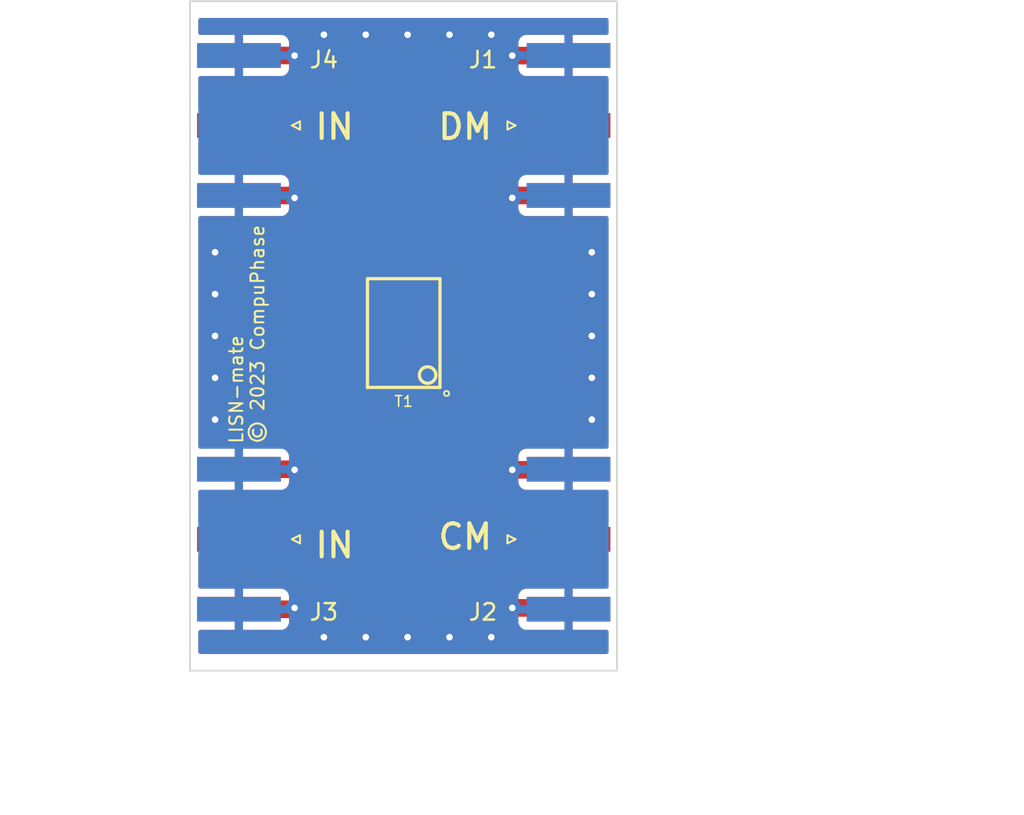
<source format=kicad_pcb>
(kicad_pcb (version 20221018) (generator pcbnew)
  (layers (0 "F.Cu" signal) (31 "B.Cu" signal) (34 "B.Paste" user) (35 "F.Paste" user) (36 "B.SilkS" user "B.Silkscreen") (37 "F.SilkS" user "F.Silkscreen") (38 "B.Mask" user) (39 "F.Mask" user) (44 "Edge.Cuts" user))
  (net 0 "")
  (net 1 "Net-(J1-In)")
  (net 2 "GND")
  (net 3 "Net-(J2-In)")
  (net 4 "Net-(J3-In)")
  (net 5 "Net-(J4-In)")
  (footprint "visualplace:SOP6" (layer "F.Cu") (at 110 112.6 180)
    (fp_text reference "T1" (at 0 -4.15) (layer "F.SilkS") (effects (font (size 0.65 0.65) (thickness 0.0975))))
    (fp_text value "Transformer_1P_SS" hide)
    (fp_text user "○" (at -2.6 -3.64) (layer "F.SilkS") (effects (font (size 0.4 0.4) (thickness 0.1))))
    (fp_line (start -2.2 -3.3) (end 2.2 -3.3) (stroke (width 0.2)) (layer "F.SilkS"))
    (fp_line (start -2.2 3.3) (end -2.2 -3.3) (stroke (width 0.2)) (layer "F.SilkS"))
    (fp_line (start 2.2 -3.3) (end 2.2 3.3) (stroke (width 0.2)) (layer "F.SilkS"))
    (fp_line (start 2.2 3.3) (end -2.2 3.3) (stroke (width 0.2)) (layer "F.SilkS"))
    (fp_circle (center -1.45 -2.55) (end -0.95 -2.55) (stroke (width 0.2)) (fill none) (layer "F.SilkS"))
    (pad "1" smd oval (at -3.175 -2.54 180) (size 1.5 0.8) (layers "F.Cu" "F.Paste" "F.Mask") (net 1 "Net-(J1-In)"))
    (pad "2" smd oval (at -3.175 0 180) (size 1.5 0.8) (layers "F.Cu" "F.Paste" "F.Mask"))
    (pad "3" smd oval (at -3.175 2.54 180) (size 1.5 0.8) (layers "F.Cu" "F.Paste" "F.Mask") (net 2 "GND"))
    (pad "4" smd oval (at 3.175 2.54 180) (size 1.5 0.8) (layers "F.Cu" "F.Paste" "F.Mask") (net 5 "Net-(J4-In)"))
    (pad "5" smd oval (at 3.175 0 180) (size 1.5 0.8) (layers "F.Cu" "F.Paste" "F.Mask") (net 3 "Net-(J2-In)"))
    (pad "6" smd oval (at 3.175 -2.54 180) (size 1.5 0.8) (layers "F.Cu" "F.Paste" "F.Mask") (net 4 "Net-(J3-In)"))
  )
  (footprint "Connector_Coaxial:SMA_Amphenol_132289_EdgeMount" (layer "F.Cu") (at 120 125.12)
    (fp_text reference "J2" (at -5.192 4.42 180) (layer "F.SilkS"))
    (fp_text value "CM" (at -4.5 -0.152) (layer "F.SilkS") (effects (font (size 1.5 1.5) (thickness 0.25) bold) (justify right)))
    (fp_line (start -3.71 -0.25) (end -3.71 0.25) (stroke (width 0.12)) (layer "F.SilkS"))
    (fp_line (start -3.71 0.25) (end -3.21 0) (stroke (width 0.12)) (layer "F.SilkS"))
    (fp_line (start -3.21 0) (end -3.71 -0.25) (stroke (width 0.12)) (layer "F.SilkS"))
    (pad "1" smd rect (at 0 0 90) (size 1.5 5.08) (layers "F.Cu" "F.Paste" "F.Mask") (net 3 "Net-(J2-In)"))
    (pad "2" smd rect (at 0 -4.25 90) (size 1.5 5.08) (layers "F.Cu" "F.Paste" "F.Mask") (net 2 "GND"))
    (pad "2" smd rect (at 0 -4.25 90) (size 1.5 5.08) (layers "B.Cu" "B.Paste" "B.Mask") (net 2 "GND"))
    (pad "2" smd rect (at 0 4.25 90) (size 1.5 5.08) (layers "F.Cu" "F.Paste" "F.Mask") (net 2 "GND"))
    (pad "2" smd rect (at 0 4.25 90) (size 1.5 5.08) (layers "B.Cu" "B.Paste" "B.Mask") (net 2 "GND"))
  )
  (footprint "Connector_Coaxial:SMA_Amphenol_132289_EdgeMount" (layer "F.Cu") (at 120 100)
    (fp_text reference "J1" (at -5.192 -3.988 180) (layer "F.SilkS"))
    (fp_text value "DM" (at -4.5 0.076) (layer "F.SilkS") (effects (font (size 1.5 1.5) (thickness 0.25) bold) (justify right)))
    (fp_line (start -3.71 -0.25) (end -3.71 0.25) (stroke (width 0.12)) (layer "F.SilkS"))
    (fp_line (start -3.71 0.25) (end -3.21 0) (stroke (width 0.12)) (layer "F.SilkS"))
    (fp_line (start -3.21 0) (end -3.71 -0.25) (stroke (width 0.12)) (layer "F.SilkS"))
    (pad "1" smd rect (at 0 0 90) (size 1.5 5.08) (layers "F.Cu" "F.Paste" "F.Mask") (net 1 "Net-(J1-In)"))
    (pad "2" smd rect (at 0 -4.25 90) (size 1.5 5.08) (layers "F.Cu" "F.Paste" "F.Mask") (net 2 "GND"))
    (pad "2" smd rect (at 0 -4.25 90) (size 1.5 5.08) (layers "B.Cu" "B.Paste" "B.Mask") (net 2 "GND"))
    (pad "2" smd rect (at 0 4.25 90) (size 1.5 5.08) (layers "F.Cu" "F.Paste" "F.Mask") (net 2 "GND"))
    (pad "2" smd rect (at 0 4.25 90) (size 1.5 5.08) (layers "B.Cu" "B.Paste" "B.Mask") (net 2 "GND"))
  )
  (footprint "Connector_Coaxial:SMA_Amphenol_132289_EdgeMount" (layer "F.Cu") (at 100 100 180)
    (fp_text reference "J4" (at -5.156 3.988 180) (layer "F.SilkS"))
    (fp_text value "IN" (at -4.5 -0.076) (layer "F.SilkS") (effects (font (size 1.5 1.5) (thickness 0.25) bold) (justify left)))
    (fp_line (start -3.71 -0.25) (end -3.71 0.25) (stroke (width 0.12)) (layer "F.SilkS"))
    (fp_line (start -3.71 0.25) (end -3.21 0) (stroke (width 0.12)) (layer "F.SilkS"))
    (fp_line (start -3.21 0) (end -3.71 -0.25) (stroke (width 0.12)) (layer "F.SilkS"))
    (pad "1" smd rect (at 0 0 270) (size 1.5 5.08) (layers "F.Cu" "F.Paste" "F.Mask") (net 5 "Net-(J4-In)"))
    (pad "2" smd rect (at 0 -4.25 270) (size 1.5 5.08) (layers "F.Cu" "F.Paste" "F.Mask") (net 2 "GND"))
    (pad "2" smd rect (at 0 -4.25 270) (size 1.5 5.08) (layers "B.Cu" "B.Paste" "B.Mask") (net 2 "GND"))
    (pad "2" smd rect (at 0 4.25 270) (size 1.5 5.08) (layers "F.Cu" "F.Paste" "F.Mask") (net 2 "GND"))
    (pad "2" smd rect (at 0 4.25 270) (size 1.5 5.08) (layers "B.Cu" "B.Paste" "B.Mask") (net 2 "GND"))
  )
  (footprint "Connector_Coaxial:SMA_Amphenol_132289_EdgeMount" (layer "F.Cu") (at 100 125.12 180)
    (fp_text reference "J3" (at -5.156 -4.42 180) (layer "F.SilkS"))
    (fp_text value "IN" (at -4.5 -0.356) (layer "F.SilkS") (effects (font (size 1.5 1.5) (thickness 0.25) bold) (justify left)))
    (fp_line (start -3.71 -0.25) (end -3.71 0.25) (stroke (width 0.12)) (layer "F.SilkS"))
    (fp_line (start -3.71 0.25) (end -3.21 0) (stroke (width 0.12)) (layer "F.SilkS"))
    (fp_line (start -3.21 0) (end -3.71 -0.25) (stroke (width 0.12)) (layer "F.SilkS"))
    (pad "1" smd rect (at 0 0 270) (size 1.5 5.08) (layers "F.Cu" "F.Paste" "F.Mask") (net 4 "Net-(J3-In)"))
    (pad "2" smd rect (at 0 -4.25 270) (size 1.5 5.08) (layers "F.Cu" "F.Paste" "F.Mask") (net 2 "GND"))
    (pad "2" smd rect (at 0 -4.25 270) (size 1.5 5.08) (layers "B.Cu" "B.Paste" "B.Mask") (net 2 "GND"))
    (pad "2" smd rect (at 0 4.25 270) (size 1.5 5.08) (layers "F.Cu" "F.Paste" "F.Mask") (net 2 "GND"))
    (pad "2" smd rect (at 0 4.25 270) (size 1.5 5.08) (layers "B.Cu" "B.Paste" "B.Mask") (net 2 "GND"))
  )
  (gr_line (start 97.028 133.096) (end 97.028 92.456) (stroke (width 0.1)) (layer "Edge.Cuts"))
  (gr_line (start 97.028 92.456) (end 122.936 92.456) (stroke (width 0.1)) (layer "Edge.Cuts"))
  (gr_line (start 122.936 92.456) (end 122.936 133.096) (stroke (width 0.1)) (layer "Edge.Cuts"))
  (gr_line (start 122.936 133.096) (end 97.028 133.096) (stroke (width 0.1)) (layer "Edge.Cuts"))
  (gr_text "LISN-mate\n© 2023 CompuPhase" (at 101.6 119.38 90) (layer "F.SilkS") (effects (font (size 0.8 0.8) (thickness 0.12)) (justify left bottom)))
  (segment (start 120 100) (end 118.21 100) (width 1.07) (layer "F.Cu") (net 1))
  (segment (start 115.316 102.894) (end 115.316 112.999) (width 1.07) (layer "F.Cu") (net 1))
  (segment (start 118.21 100) (end 115.316 102.894) (width 1.07) (layer "F.Cu") (net 1))
  (segment (start 115.316 112.999) (end 113.175 115.14) (width 1.07) (layer "F.Cu") (net 1))
  (segment (start 119.966 120.904) (end 120 120.87) (width 1.07) (layer "F.Cu") (net 2))
  (segment (start 100 104.25) (end 103.234 104.25) (width 1.07) (layer "F.Cu") (net 2))
  (segment (start 120 104.25) (end 116.73 104.25) (width 1.07) (layer "F.Cu") (net 2))
  (segment (start 103.234 104.25) (end 103.378 104.394) (width 1.07) (layer "F.Cu") (net 2))
  (segment (start 116.586 129.286) (end 119.916 129.286) (width 1.07) (layer "F.Cu") (net 2))
  (segment (start 100 95.75) (end 103.37 95.75) (width 1.07) (layer "F.Cu") (net 2))
  (segment (start 119.992 95.758) (end 120 95.75) (width 1.07) (layer "F.Cu") (net 2))
  (segment (start 103.294 129.37) (end 103.378 129.286) (width 1.07) (layer "F.Cu") (net 2))
  (segment (start 113.175 99.169) (end 113.175 110.06) (width 1.07) (layer "F.Cu") (net 2))
  (segment (start 116.586 120.904) (end 119.966 120.904) (width 1.07) (layer "F.Cu") (net 2))
  (segment (start 100 120.87) (end 103.344 120.87) (width 1.07) (layer "F.Cu") (net 2))
  (segment (start 100 129.37) (end 103.294 129.37) (width 1.07) (layer "F.Cu") (net 2))
  (segment (start 103.37 95.75) (end 103.378 95.758) (width 1.07) (layer "F.Cu") (net 2))
  (segment (start 116.586 95.758) (end 119.992 95.758) (width 1.07) (layer "F.Cu") (net 2))
  (segment (start 119.916 129.286) (end 120 129.37) (width 1.07) (layer "F.Cu") (net 2))
  (segment (start 116.586 95.758) (end 113.175 99.169) (width 1.07) (layer "F.Cu") (net 2))
  (segment (start 103.344 120.87) (end 103.378 120.904) (width 1.07) (layer "F.Cu") (net 2))
  (segment (start 116.73 104.25) (end 116.586 104.394) (width 1.07) (layer "F.Cu") (net 2))
  (via (at 103.378 120.904) (size 0.8) (drill 0.4) (layers "F.Cu" "B.Cu") (net 2))
  (via (at 116.586 129.286) (size 0.8) (drill 0.4) (layers "F.Cu" "B.Cu") (net 2))
  (via (at 105.156 131.064) (size 0.8) (drill 0.4) (layers "F.Cu" "B.Cu") (net 2))
  (via (at 110.236 94.488) (size 0.8) (drill 0.4) (layers "F.Cu" "B.Cu") (net 2))
  (via (at 98.552 112.776) (size 0.8) (drill 0.4) (layers "F.Cu" "B.Cu") (net 2))
  (via (at 121.412 110.236) (size 0.8) (drill 0.4) (layers "F.Cu" "B.Cu") (net 2))
  (via (at 110.236 131.064) (size 0.8) (drill 0.4) (layers "F.Cu" "B.Cu") (net 2))
  (via (at 115.316 131.064) (size 0.8) (drill 0.4) (layers "F.Cu" "B.Cu") (net 2))
  (via (at 121.412 115.316) (size 0.8) (drill 0.4) (layers "F.Cu" "B.Cu") (net 2))
  (via (at 103.378 129.286) (size 0.8) (drill 0.4) (layers "F.Cu" "B.Cu") (net 2))
  (via (at 121.412 117.856) (size 0.8) (drill 0.4) (layers "F.Cu" "B.Cu") (net 2))
  (via (at 112.776 131.064) (size 0.8) (drill 0.4) (layers "F.Cu" "B.Cu") (net 2))
  (via (at 115.316 94.488) (size 0.8) (drill 0.4) (layers "F.Cu" "B.Cu") (net 2))
  (via (at 116.586 95.758) (size 0.8) (drill 0.4) (layers "F.Cu" "B.Cu") (net 2))
  (via (at 98.552 115.316) (size 0.8) (drill 0.4) (layers "F.Cu" "B.Cu") (net 2))
  (via (at 98.552 110.236) (size 0.8) (drill 0.4) (layers "F.Cu" "B.Cu") (net 2))
  (via (at 121.412 112.776) (size 0.8) (drill 0.4) (layers "F.Cu" "B.Cu") (net 2))
  (via (at 98.552 117.856) (size 0.8) (drill 0.4) (layers "F.Cu" "B.Cu") (net 2))
  (via (at 116.586 104.394) (size 0.8) (drill 0.4) (layers "F.Cu" "B.Cu") (net 2))
  (via (at 98.552 107.696) (size 0.8) (drill 0.4) (layers "F.Cu" "B.Cu") (net 2))
  (via (at 121.412 107.696) (size 0.8) (drill 0.4) (layers "F.Cu" "B.Cu") (net 2))
  (via (at 103.378 95.758) (size 0.8) (drill 0.4) (layers "F.Cu" "B.Cu") (net 2))
  (via (at 112.776 94.488) (size 0.8) (drill 0.4) (layers "F.Cu" "B.Cu") (net 2))
  (via (at 103.378 104.394) (size 0.8) (drill 0.4) (layers "F.Cu" "B.Cu") (net 2))
  (via (at 107.696 94.488) (size 0.8) (drill 0.4) (layers "F.Cu" "B.Cu") (net 2))
  (via (at 107.696 131.064) (size 0.8) (drill 0.4) (layers "F.Cu" "B.Cu") (net 2))
  (via (at 116.586 120.904) (size 0.8) (drill 0.4) (layers "F.Cu" "B.Cu") (net 2))
  (via (at 105.156 94.488) (size 0.8) (drill 0.4) (layers "F.Cu" "B.Cu") (net 2))
  (segment (start 103.378 120.904) (end 116.586 120.904) (width 1.07) (layer "B.Cu") (net 2))
  (segment (start 103.378 95.758) (end 116.586 95.758) (width 1.07) (layer "B.Cu") (net 2))
  (segment (start 103.378 129.286) (end 116.586 129.286) (width 1.07) (layer "B.Cu") (net 2))
  (segment (start 116.586 104.394) (end 103.378 104.394) (width 1.07) (layer "B.Cu") (net 2))
  (segment (start 106.825 112.6) (end 110.49 116.265) (width 1.07) (layer "F.Cu") (net 3))
  (segment (start 112.674 125.12) (end 120 125.12) (width 1.07) (layer "F.Cu") (net 3))
  (segment (start 110.49 116.265) (end 110.49 122.936) (width 1.07) (layer "F.Cu") (net 3))
  (segment (start 110.49 122.936) (end 112.674 125.12) (width 1.07) (layer "F.Cu") (net 3))
  (segment (start 100 125.12) (end 102.972 125.12) (width 1.07) (layer "F.Cu") (net 4))
  (segment (start 102.972 125.12) (end 106.825 121.267) (width 1.07) (layer "F.Cu") (net 4))
  (segment (start 106.825 121.267) (end 106.825 115.14) (width 1.07) (layer "F.Cu") (net 4))
  (segment (start 106.825 103.777) (end 106.825 110.06) (width 1.07) (layer "F.Cu") (net 5))
  (segment (start 103.048 100) (end 106.825 103.777) (width 1.07) (layer "F.Cu") (net 5))
  (segment (start 100 100) (end 103.048 100) (width 1.07) (layer "F.Cu") (net 5))
  (zone (net 2) (net_name "GND") (layer "F.Cu") (connect_pads (clearance 0.2)) (min_thickness 0.25) (fill yes (thermal_gap 0.5) (thermal_bridge_width 0.5))
    (polygon (pts (xy 97.536 93.472) (xy 122.428 93.472) (xy 122.428 132.08) (xy 97.536 132.08)))
  )
  (zone (net 2) (net_name "GND") (layer "B.Cu") (priority 1) (connect_pads (clearance 0.5)) (min_thickness 0.25) (fill yes (thermal_gap 0.5) (thermal_bridge_width 0.5))
    (polygon (pts (xy 97.536 93.472) (xy 122.428 93.472) (xy 122.428 132.08) (xy 97.536 132.08)))
  )
)
</source>
